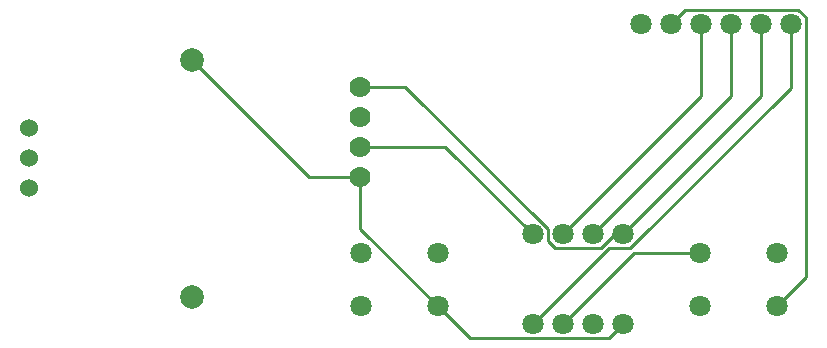
<source format=gbl>
G04 Layer: BottomLayer*
G04 EasyEDA v6.4.31, 2022-02-07 09:20:43*
G04 3eb59c903aca4652a743d0d7eb9a3f43,45a17ad13836470b90e4f9db8166e0ae,10*
G04 Gerber Generator version 0.2*
G04 Scale: 100 percent, Rotated: No, Reflected: No *
G04 Dimensions in millimeters *
G04 leading zeros omitted , absolute positions ,4 integer and 5 decimal *
%FSLAX45Y45*%
%MOMM*%

%ADD10C,0.2540*%
%ADD11C,1.5240*%
%ADD12C,2.0000*%
%ADD13C,1.7780*%
%ADD14C,1.8000*%

%LPD*%
D10*
X9024620Y3605403D02*
G01*
X9274124Y3854907D01*
X9274124Y6051651D01*
X9209455Y6116320D01*
X8249920Y6116320D01*
X8128000Y5994400D01*
X5498591Y4701235D02*
G01*
X5061762Y4701235D01*
X4076700Y5686297D01*
X6154420Y3605403D02*
G01*
X5498591Y4261230D01*
X5498591Y4701235D01*
X7721600Y3454400D02*
G01*
X7601838Y3334638D01*
X6425184Y3334638D01*
X6154420Y3605403D01*
X7213600Y4216400D02*
G01*
X8382000Y5384800D01*
X8382000Y5994400D01*
X7467600Y4216400D02*
G01*
X8636000Y5384800D01*
X8636000Y5994400D01*
X5498591Y5463235D02*
G01*
X5882436Y5463235D01*
X7086600Y4259071D01*
X7086600Y4158589D01*
X7146899Y4098289D01*
X7541133Y4098289D01*
X7659243Y4216400D01*
X7721600Y4216400D01*
X7721600Y4216400D02*
G01*
X8890000Y5384800D01*
X8890000Y5994400D01*
X6959600Y3454400D02*
G01*
X7601483Y4096283D01*
X7784236Y4096283D01*
X9144000Y5456046D01*
X9144000Y5994400D01*
X8374379Y4055490D02*
G01*
X7814690Y4055490D01*
X7213600Y3454400D01*
X6959600Y4216400D02*
G01*
X6220764Y4955235D01*
X5498591Y4955235D01*
D11*
G01*
X2692400Y5118100D03*
G01*
X2692400Y4864100D03*
G01*
X2692400Y4610100D03*
D12*
G01*
X4076700Y3686302D03*
G01*
X4076700Y5686297D03*
D13*
G01*
X5498591Y4701235D03*
G01*
X5498591Y4955235D03*
G01*
X5498591Y5209235D03*
G01*
X5498591Y5463235D03*
D14*
G01*
X6959600Y3454400D03*
G01*
X7213600Y3454400D03*
G01*
X7213600Y4216400D03*
G01*
X6959600Y4216400D03*
G01*
X7467600Y3454400D03*
G01*
X7721600Y3454400D03*
G01*
X7467600Y4216400D03*
G01*
X7721600Y4216400D03*
G01*
X8374379Y4055490D03*
G01*
X8374379Y3605403D03*
G01*
X9024620Y4055490D03*
G01*
X9024620Y3605403D03*
G01*
X6154420Y3605403D03*
G01*
X5504179Y4055490D03*
G01*
X5504179Y3605403D03*
G01*
X6154420Y4055490D03*
G01*
X8128000Y5994400D03*
G01*
X8382000Y5994400D03*
G01*
X8636000Y5994400D03*
G01*
X8890000Y5994400D03*
G01*
X9144000Y5994400D03*
G01*
X7874000Y5994400D03*
M02*

</source>
